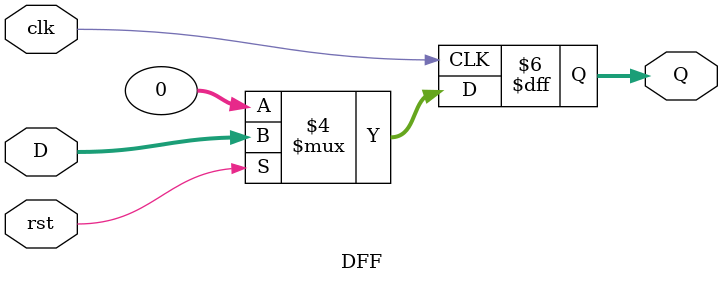
<source format=v>
module DFF(
    D,Q,clk,rst
);
parameter WIDTH = 32 ;  
input [WIDTH-1:0]D;
input clk,rst;
output reg[WIDTH-1:0]Q;

always @(posedge clk) begin
    if (!rst) begin
        Q <= 0 ;
    end
    else begin
        Q <= D ;
    end
end
endmodule
</source>
